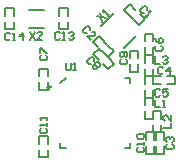
<source format=gto>
%FSLAX24Y24*%
%MOIN*%
G70*
G01*
G75*
G04 Layer_Color=65535*
%ADD10R,0.0197X0.0236*%
%ADD11R,0.0394X0.0709*%
%ADD12R,0.0197X0.0256*%
%ADD13R,0.0236X0.0197*%
%ADD14R,0.0400X0.0370*%
G04:AMPARAMS|DCode=15|XSize=47.2mil|YSize=43.3mil|CornerRadius=0mil|HoleSize=0mil|Usage=FLASHONLY|Rotation=225.000|XOffset=0mil|YOffset=0mil|HoleType=Round|Shape=Rectangle|*
%AMROTATEDRECTD15*
4,1,4,0.0014,0.0320,0.0320,0.0014,-0.0014,-0.0320,-0.0320,-0.0014,0.0014,0.0320,0.0*
%
%ADD15ROTATEDRECTD15*%

%ADD16O,0.0256X0.0079*%
%ADD17O,0.0079X0.0256*%
%ADD18R,0.1850X0.1850*%
G04:AMPARAMS|DCode=19|XSize=19.7mil|YSize=23.6mil|CornerRadius=0mil|HoleSize=0mil|Usage=FLASHONLY|Rotation=225.000|XOffset=0mil|YOffset=0mil|HoleType=Round|Shape=Rectangle|*
%AMROTATEDRECTD19*
4,1,4,-0.0014,0.0153,0.0153,-0.0014,0.0014,-0.0153,-0.0153,0.0014,-0.0014,0.0153,0.0*
%
%ADD19ROTATEDRECTD19*%

%ADD20C,0.0060*%
%ADD21C,0.0370*%
%ADD22C,0.0080*%
%ADD23C,0.0090*%
%ADD24C,0.0240*%
%ADD25C,0.0260*%
%ADD26C,0.0098*%
%ADD27C,0.0079*%
%ADD28C,0.0050*%
D20*
X-1188Y2786D02*
Y3042D01*
Y3238D02*
Y3494D01*
X-912Y2786D02*
Y3042D01*
Y3238D02*
Y3494D01*
X-1188D02*
X-912D01*
X-1188Y2786D02*
X-912D01*
X-2988D02*
Y3042D01*
Y3238D02*
Y3494D01*
X-2712Y2786D02*
Y3042D01*
Y3238D02*
Y3494D01*
X-2988D02*
X-2712D01*
X-2988Y2786D02*
X-2712D01*
X1928Y1678D02*
Y1934D01*
Y1226D02*
Y1482D01*
X1652Y1678D02*
X1652Y1934D01*
Y1226D02*
Y1482D01*
Y1226D02*
X1928Y1226D01*
X1652Y1934D02*
X1928Y1934D01*
X2208Y-192D02*
Y64D01*
Y-644D02*
Y-388D01*
X1932Y-192D02*
Y64D01*
Y-644D02*
Y-388D01*
Y-644D02*
X2208D01*
X1932Y64D02*
X2208D01*
X1928Y258D02*
Y514D01*
Y-194D02*
Y62D01*
X1652Y258D02*
X1652Y514D01*
Y-194D02*
Y62D01*
Y-194D02*
X1928D01*
X1652Y514D02*
X1928D01*
Y2388D02*
Y2644D01*
Y1936D02*
Y2192D01*
X1652Y2388D02*
Y2644D01*
Y1936D02*
Y2192D01*
Y1936D02*
X1928D01*
X1652Y2644D02*
X1928D01*
Y968D02*
Y1224D01*
Y516D02*
Y772D01*
X1652Y968D02*
Y1224D01*
Y516D02*
X1652Y772D01*
X1652Y516D02*
X1928D01*
X1652Y1224D02*
X1928D01*
X2032Y-1354D02*
Y-1098D01*
Y-646D02*
X2032Y-902D01*
X2308Y-1354D02*
Y-1098D01*
Y-902D02*
Y-646D01*
X2032D02*
X2308D01*
X2032Y-1354D02*
X2308D01*
X2398Y952D02*
X2654D01*
X1946D02*
X2202D01*
X2398Y1228D02*
X2654D01*
X1946D02*
X2202D01*
X1946Y952D02*
Y1228D01*
X2654Y952D02*
Y1228D01*
X1702Y-1354D02*
X1978D01*
X1702Y-646D02*
X1978D01*
Y-902D02*
Y-646D01*
Y-1354D02*
Y-1098D01*
X1702Y-902D02*
Y-646D01*
Y-1354D02*
Y-1098D01*
X1173Y3220D02*
X1270Y3123D01*
X212Y2900D02*
X630Y3318D01*
X311Y2370D02*
X414Y2267D01*
X950Y2162D02*
X1365Y2577D01*
X-1858Y-1474D02*
X-1582D01*
X-1858Y-766D02*
X-1582D01*
Y-1022D02*
Y-766D01*
Y-1474D02*
Y-1218D01*
X-1858Y-1022D02*
Y-766D01*
Y-1474D02*
Y-1218D01*
X1152Y2074D02*
X1428D01*
X1152Y1366D02*
X1428D01*
X1152D02*
Y1622D01*
Y1818D02*
Y2074D01*
X1428Y1366D02*
Y1622D01*
Y1818D02*
Y2074D01*
X-58Y1953D02*
X137Y2148D01*
X443Y1452D02*
X638Y1647D01*
X262Y1633D02*
X443Y1452D01*
X-58Y1953D02*
X123Y1772D01*
X457Y1828D02*
X638Y1647D01*
X137Y2148D02*
X318Y1967D01*
X-1858Y1472D02*
X-1582D01*
X-1858Y764D02*
X-1582D01*
X-1858D02*
Y1020D01*
Y1217D02*
Y1472D01*
X-1582Y764D02*
Y1020D01*
Y1217D02*
Y1472D01*
X-78Y2373D02*
X117Y2568D01*
X423Y1872D02*
X618Y2067D01*
X242Y2053D02*
X423Y1872D01*
X-78Y2373D02*
X103Y2192D01*
X437Y2248D02*
X618Y2067D01*
X117Y2568D02*
X298Y2387D01*
X1473Y2922D02*
X1668Y3117D01*
X972Y3423D02*
X1167Y3618D01*
X1348Y3437D01*
X1487Y3298D02*
X1668Y3117D01*
X972Y3423D02*
X1153Y3242D01*
X1292Y3103D02*
X1473Y2922D01*
D26*
X-1486Y866D02*
G03*
X-1486Y866I-49J0D01*
G01*
D27*
X-2186Y2845D02*
X-1714D01*
X-2186Y3435D02*
X-1714D01*
X-1181Y984D02*
X-984Y1181D01*
X984D02*
X1181D01*
Y984D02*
Y1181D01*
Y-1181D02*
Y-984D01*
X984Y-1181D02*
X1181D01*
X-1181D02*
X-984D01*
X-1181D02*
Y-984D01*
D28*
X-1173Y2658D02*
X-1215Y2700D01*
X-1298D01*
X-1340Y2658D01*
Y2492D01*
X-1298Y2450D01*
X-1215D01*
X-1173Y2492D01*
X-1090Y2450D02*
X-1007D01*
X-1048D01*
Y2700D01*
X-1090Y2658D01*
X-882D02*
X-840Y2700D01*
X-757D01*
X-715Y2658D01*
Y2617D01*
X-757Y2575D01*
X-799D01*
X-757D01*
X-715Y2533D01*
Y2492D01*
X-757Y2450D01*
X-840D01*
X-882Y2492D01*
X-2833Y2638D02*
X-2875Y2680D01*
X-2958D01*
X-3000Y2638D01*
Y2472D01*
X-2958Y2430D01*
X-2875D01*
X-2833Y2472D01*
X-2750Y2430D02*
X-2667D01*
X-2708D01*
Y2680D01*
X-2750Y2638D01*
X-2417Y2430D02*
Y2680D01*
X-2542Y2555D01*
X-2375D01*
X-2170Y2700D02*
X-2003Y2450D01*
Y2700D02*
X-2170Y2450D01*
X-1753D02*
X-1920D01*
X-1753Y2617D01*
Y2658D01*
X-1795Y2700D01*
X-1878D01*
X-1920Y2658D01*
X2000Y1900D02*
Y1650D01*
X2167D01*
X2250Y1858D02*
X2292Y1900D01*
X2375D01*
X2417Y1858D01*
Y1817D01*
X2375Y1775D01*
X2333D01*
X2375D01*
X2417Y1733D01*
Y1692D01*
X2375Y1650D01*
X2292D01*
X2250Y1692D01*
X2280Y-500D02*
X2530D01*
Y-333D01*
Y-83D02*
Y-250D01*
X2363Y-83D01*
X2322D01*
X2280Y-125D01*
Y-208D01*
X2322Y-250D01*
X2000Y450D02*
Y200D01*
X2167D01*
X2250D02*
X2333D01*
X2292D01*
Y450D01*
X2250Y408D01*
X2042Y2247D02*
X2000Y2205D01*
Y2122D01*
X2042Y2080D01*
X2208D01*
X2250Y2122D01*
Y2205D01*
X2208Y2247D01*
X2000Y2497D02*
X2042Y2413D01*
X2125Y2330D01*
X2208D01*
X2250Y2372D01*
Y2455D01*
X2208Y2497D01*
X2167D01*
X2125Y2455D01*
Y2330D01*
X2167Y758D02*
X2125Y800D01*
X2042D01*
X2000Y758D01*
Y592D01*
X2042Y550D01*
X2125D01*
X2167Y592D01*
X2417Y800D02*
X2250D01*
Y675D01*
X2333Y717D01*
X2375D01*
X2417Y675D01*
Y592D01*
X2375Y550D01*
X2292D01*
X2250Y592D01*
X2412Y-1043D02*
X2370Y-1085D01*
Y-1168D01*
X2412Y-1210D01*
X2578D01*
X2620Y-1168D01*
Y-1085D01*
X2578Y-1043D01*
X2412Y-960D02*
X2370Y-918D01*
Y-835D01*
X2412Y-793D01*
X2453D01*
X2495Y-835D01*
Y-877D01*
Y-835D01*
X2537Y-793D01*
X2578D01*
X2620Y-835D01*
Y-918D01*
X2578Y-960D01*
X2277Y1498D02*
X2235Y1540D01*
X2152D01*
X2110Y1498D01*
Y1332D01*
X2152Y1290D01*
X2235D01*
X2277Y1332D01*
X2485Y1290D02*
Y1540D01*
X2360Y1415D01*
X2527D01*
X-1801Y1919D02*
X-1842Y1877D01*
Y1794D01*
X-1801Y1752D01*
X-1634D01*
X-1593Y1794D01*
Y1877D01*
X-1634Y1919D01*
X-1842Y2002D02*
Y2168D01*
X-1801D01*
X-1634Y2002D01*
X-1593D01*
X-165Y2769D02*
Y2828D01*
X-224Y2887D01*
X-283D01*
X-401Y2769D01*
Y2711D01*
X-342Y2652D01*
X-283D01*
X-135Y2445D02*
X-253Y2563D01*
X-18D01*
X12Y2593D01*
Y2652D01*
X-47Y2711D01*
X-106D01*
X872Y1787D02*
X830Y1745D01*
Y1662D01*
X872Y1620D01*
X1038D01*
X1080Y1662D01*
Y1745D01*
X1038Y1787D01*
Y1870D02*
X1080Y1912D01*
Y1995D01*
X1038Y2037D01*
X872D01*
X830Y1995D01*
Y1912D01*
X872Y1870D01*
X913D01*
X955Y1912D01*
Y2037D01*
X-25Y1749D02*
Y1808D01*
X-84Y1867D01*
X-143D01*
X-261Y1749D01*
Y1691D01*
X-202Y1632D01*
X-143D01*
X34Y1691D02*
X93D01*
X152Y1632D01*
Y1573D01*
X122Y1543D01*
X63D01*
X63Y1484D01*
X34Y1455D01*
X-25D01*
X-84Y1514D01*
Y1573D01*
X-54Y1602D01*
X5Y1602D01*
Y1661D01*
X34Y1691D01*
X5Y1602D02*
X63Y1543D01*
X-1800Y-513D02*
X-1842Y-555D01*
Y-638D01*
X-1800Y-680D01*
X-1634D01*
X-1592Y-638D01*
Y-555D01*
X-1634Y-513D01*
X-1592Y-430D02*
Y-347D01*
Y-388D01*
X-1842D01*
X-1800Y-430D01*
X-1592Y-222D02*
Y-139D01*
Y-180D01*
X-1842D01*
X-1800Y-222D01*
X-970Y1670D02*
Y1462D01*
X-928Y1420D01*
X-845D01*
X-803Y1462D01*
Y1670D01*
X-720Y1420D02*
X-637D01*
X-678D01*
Y1670D01*
X-720Y1628D01*
X63Y3227D02*
X358Y3168D01*
X181Y3345D02*
X240Y3050D01*
X417Y3227D02*
X476Y3286D01*
X446Y3256D01*
X269Y3433D01*
Y3374D01*
X1745Y3449D02*
Y3508D01*
X1686Y3567D01*
X1627D01*
X1509Y3449D01*
Y3391D01*
X1568Y3332D01*
X1627D01*
X1657Y3243D02*
X1716Y3184D01*
X1686Y3214D01*
X1863Y3391D01*
X1804D01*
X1432Y-1143D02*
X1390Y-1185D01*
Y-1268D01*
X1432Y-1310D01*
X1598D01*
X1640Y-1268D01*
Y-1185D01*
X1598Y-1143D01*
X1640Y-1060D02*
Y-977D01*
Y-1018D01*
X1390D01*
X1432Y-1060D01*
Y-852D02*
X1390Y-810D01*
Y-727D01*
X1432Y-685D01*
X1598D01*
X1640Y-727D01*
Y-810D01*
X1598Y-852D01*
X1432D01*
M02*

</source>
